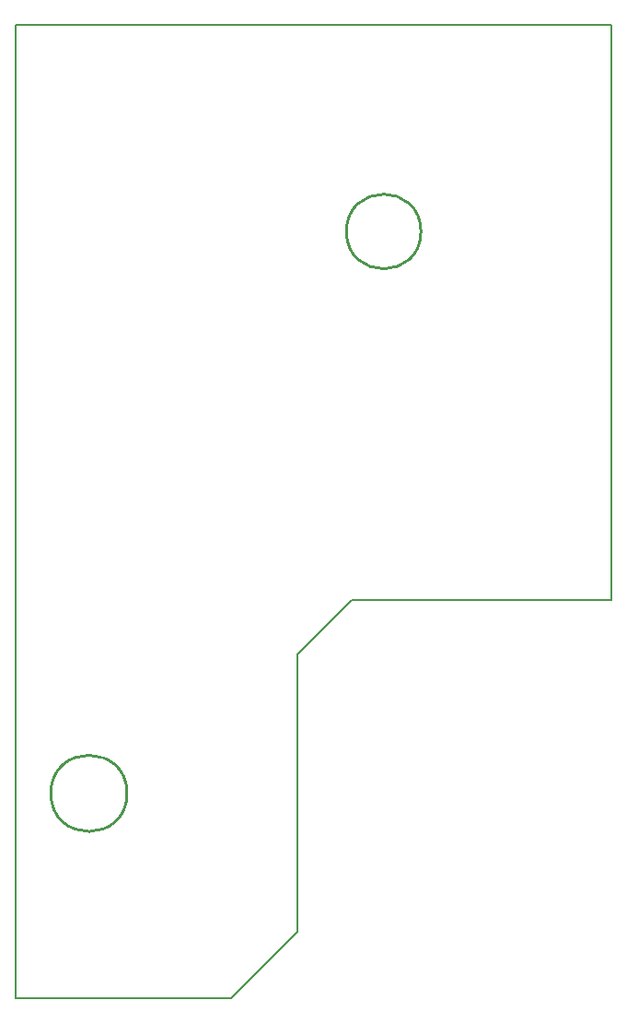
<source format=gm1>
G04*
G04 #@! TF.GenerationSoftware,Altium Limited,Altium Designer,20.2.4 (192)*
G04*
G04 Layer_Color=16711935*
%FSLAX24Y24*%
%MOIN*%
G70*
G04*
G04 #@! TF.SameCoordinates,88804F16-18CD-4051-863E-DBC97BB31399*
G04*
G04*
G04 #@! TF.FilePolarity,Positive*
G04*
G01*
G75*
%ADD11C,0.0079*%
%ADD13C,0.0100*%
D11*
X54785Y5059D02*
X62585D01*
X64985Y7459D01*
Y17509D01*
X65035Y17559D01*
X66935Y19459D01*
X76335D01*
Y40259D01*
X54785D02*
X76335D01*
X54785Y5059D02*
Y40259D01*
D13*
X58805Y12479D02*
G03*
X58805Y12479I-1380J0D01*
G01*
X69445Y32799D02*
G03*
X69445Y32799I-1350J0D01*
G01*
M02*

</source>
